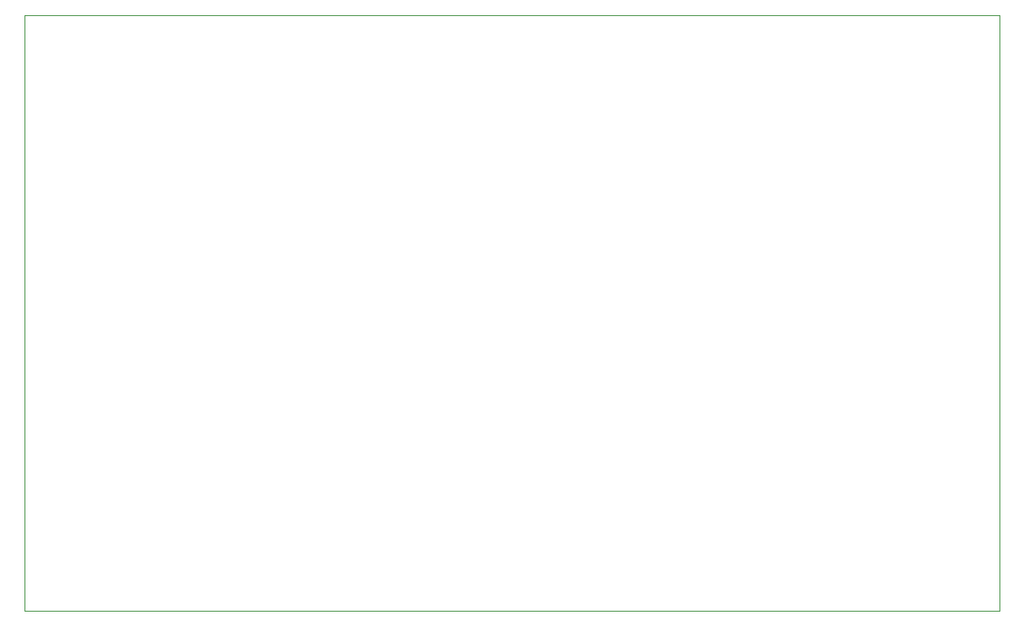
<source format=gbr>
%TF.GenerationSoftware,KiCad,Pcbnew,(6.0.7)*%
%TF.CreationDate,2023-03-19T17:20:47-04:00*%
%TF.ProjectId,DCV v2,44435620-7632-42e6-9b69-6361645f7063,rev?*%
%TF.SameCoordinates,Original*%
%TF.FileFunction,Profile,NP*%
%FSLAX46Y46*%
G04 Gerber Fmt 4.6, Leading zero omitted, Abs format (unit mm)*
G04 Created by KiCad (PCBNEW (6.0.7)) date 2023-03-19 17:20:47*
%MOMM*%
%LPD*%
G01*
G04 APERTURE LIST*
%TA.AperFunction,Profile*%
%ADD10C,0.100000*%
%TD*%
G04 APERTURE END LIST*
D10*
X119380000Y-82804000D02*
X21717000Y-82804000D01*
X21717000Y-82804000D02*
X21717000Y-23114000D01*
X21717000Y-23114000D02*
X119380000Y-23114000D01*
X119380000Y-23114000D02*
X119380000Y-82804000D01*
M02*

</source>
